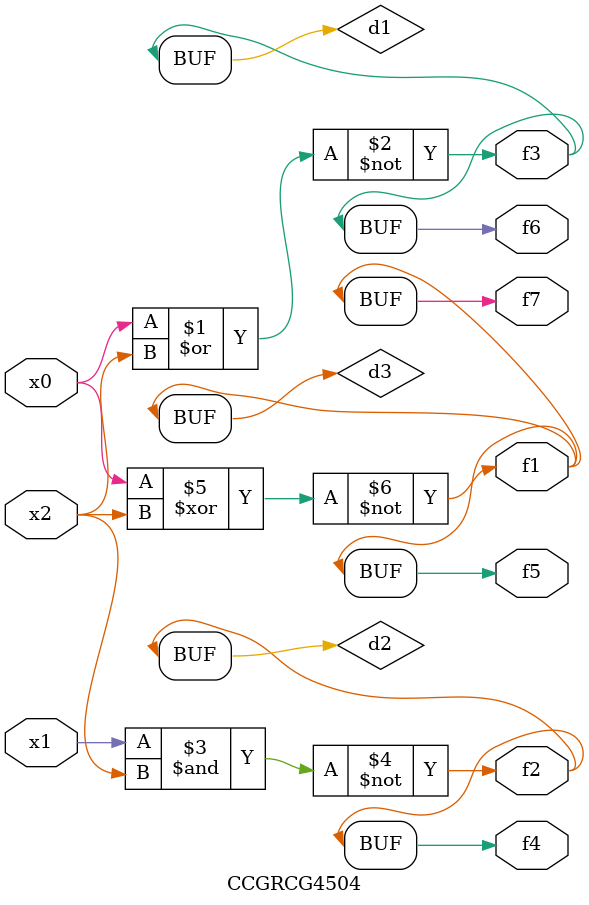
<source format=v>
module CCGRCG4504(
	input x0, x1, x2,
	output f1, f2, f3, f4, f5, f6, f7
);

	wire d1, d2, d3;

	nor (d1, x0, x2);
	nand (d2, x1, x2);
	xnor (d3, x0, x2);
	assign f1 = d3;
	assign f2 = d2;
	assign f3 = d1;
	assign f4 = d2;
	assign f5 = d3;
	assign f6 = d1;
	assign f7 = d3;
endmodule

</source>
